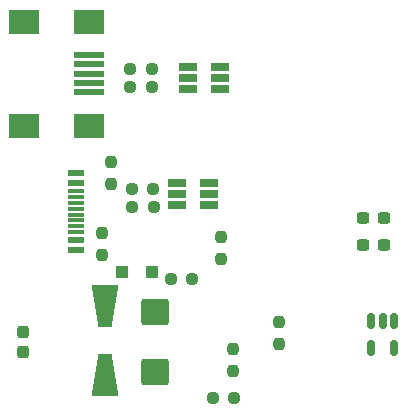
<source format=gbr>
G04 #@! TF.GenerationSoftware,KiCad,Pcbnew,6.0.5*
G04 #@! TF.CreationDate,2022-09-29T12:09:04+03:00*
G04 #@! TF.ProjectId,opi-hat,6f70692d-6861-4742-9e6b-696361645f70,rev?*
G04 #@! TF.SameCoordinates,Original*
G04 #@! TF.FileFunction,Paste,Bot*
G04 #@! TF.FilePolarity,Positive*
%FSLAX46Y46*%
G04 Gerber Fmt 4.6, Leading zero omitted, Abs format (unit mm)*
G04 Created by KiCad (PCBNEW 6.0.5) date 2022-09-29 12:09:04*
%MOMM*%
%LPD*%
G01*
G04 APERTURE LIST*
G04 Aperture macros list*
%AMRoundRect*
0 Rectangle with rounded corners*
0 $1 Rounding radius*
0 $2 $3 $4 $5 $6 $7 $8 $9 X,Y pos of 4 corners*
0 Add a 4 corners polygon primitive as box body*
4,1,4,$2,$3,$4,$5,$6,$7,$8,$9,$2,$3,0*
0 Add four circle primitives for the rounded corners*
1,1,$1+$1,$2,$3*
1,1,$1+$1,$4,$5*
1,1,$1+$1,$6,$7*
1,1,$1+$1,$8,$9*
0 Add four rect primitives between the rounded corners*
20,1,$1+$1,$2,$3,$4,$5,0*
20,1,$1+$1,$4,$5,$6,$7,0*
20,1,$1+$1,$6,$7,$8,$9,0*
20,1,$1+$1,$8,$9,$2,$3,0*%
%AMOutline4P*
0 Free polygon, 4 corners , with rotation*
0 The origin of the aperture is its center*
0 number of corners: always 4*
0 $1 to $8 corner X, Y*
0 $9 Rotation angle, in degrees counterclockwise*
0 create outline with 4 corners*
4,1,4,$1,$2,$3,$4,$5,$6,$7,$8,$1,$2,$9*%
G04 Aperture macros list end*
%ADD10RoundRect,0.237500X0.237500X-0.300000X0.237500X0.300000X-0.237500X0.300000X-0.237500X-0.300000X0*%
%ADD11RoundRect,0.237500X-0.237500X0.250000X-0.237500X-0.250000X0.237500X-0.250000X0.237500X0.250000X0*%
%ADD12R,1.560000X0.650000*%
%ADD13RoundRect,0.237500X-0.250000X-0.237500X0.250000X-0.237500X0.250000X0.237500X-0.250000X0.237500X0*%
%ADD14RoundRect,0.237500X0.300000X0.237500X-0.300000X0.237500X-0.300000X-0.237500X0.300000X-0.237500X0*%
%ADD15RoundRect,0.237500X0.250000X0.237500X-0.250000X0.237500X-0.250000X-0.237500X0.250000X-0.237500X0*%
%ADD16R,2.500000X0.500000*%
%ADD17R,2.500000X2.000000*%
%ADD18RoundRect,0.237500X0.237500X-0.250000X0.237500X0.250000X-0.237500X0.250000X-0.237500X-0.250000X0*%
%ADD19Outline4P,-1.800000X-1.150000X1.800000X-0.550000X1.800000X0.550000X-1.800000X1.150000X90.000000*%
%ADD20Outline4P,-1.800000X-1.150000X1.800000X-0.550000X1.800000X0.550000X-1.800000X1.150000X270.000000*%
%ADD21R,1.450000X0.600000*%
%ADD22R,1.450000X0.300000*%
%ADD23RoundRect,0.150000X-0.150000X0.512500X-0.150000X-0.512500X0.150000X-0.512500X0.150000X0.512500X0*%
%ADD24R,1.000000X1.000000*%
%ADD25RoundRect,0.250000X0.925000X-0.875000X0.925000X0.875000X-0.925000X0.875000X-0.925000X-0.875000X0*%
G04 APERTURE END LIST*
D10*
X83820000Y-87095500D03*
X83820000Y-85370500D03*
D11*
X100584000Y-77343000D03*
X100584000Y-79168000D03*
D12*
X96901000Y-74671000D03*
X96901000Y-73721000D03*
X96901000Y-72771000D03*
X99601000Y-72771000D03*
X99601000Y-73721000D03*
X99601000Y-74671000D03*
D13*
X92940500Y-63119000D03*
X94765500Y-63119000D03*
D14*
X114400500Y-77978000D03*
X112675500Y-77978000D03*
D13*
X93091000Y-74803000D03*
X94916000Y-74803000D03*
X92940500Y-64643000D03*
X94765500Y-64643000D03*
D15*
X101750500Y-90932000D03*
X99925500Y-90932000D03*
D16*
X89477000Y-65100000D03*
X89477000Y-64300000D03*
X89477000Y-63500000D03*
X89477000Y-62700000D03*
X89477000Y-61900000D03*
D17*
X83977000Y-59100000D03*
X83977000Y-67900000D03*
X89477000Y-67900000D03*
X89477000Y-59100000D03*
D18*
X91313000Y-72818000D03*
X91313000Y-70993000D03*
D13*
X96346000Y-80899000D03*
X98171000Y-80899000D03*
D11*
X90551000Y-77042000D03*
X90551000Y-78867000D03*
D12*
X97837000Y-64831000D03*
X97837000Y-63881000D03*
X97837000Y-62931000D03*
X100537000Y-62931000D03*
X100537000Y-63881000D03*
X100537000Y-64831000D03*
D14*
X114400500Y-75692000D03*
X112675500Y-75692000D03*
D13*
X93044000Y-73279000D03*
X94869000Y-73279000D03*
D11*
X105537000Y-84535000D03*
X105537000Y-86360000D03*
D19*
X90805000Y-88985000D03*
D20*
X90805000Y-83185000D03*
D21*
X88373000Y-78434000D03*
X88373000Y-77634000D03*
D22*
X88373000Y-76434000D03*
X88373000Y-75434000D03*
X88373000Y-74934000D03*
X88373000Y-73934000D03*
D21*
X88373000Y-72734000D03*
X88373000Y-71934000D03*
X88373000Y-71934000D03*
X88373000Y-72734000D03*
D22*
X88373000Y-73434000D03*
X88373000Y-74434000D03*
X88373000Y-75934000D03*
X88373000Y-76934000D03*
D21*
X88373000Y-77634000D03*
X88373000Y-78434000D03*
D23*
X113350000Y-84460500D03*
X114300000Y-84460500D03*
X115250000Y-84460500D03*
X115250000Y-86735500D03*
X113350000Y-86735500D03*
D11*
X101600000Y-86844500D03*
X101600000Y-88669500D03*
D24*
X94742000Y-80264000D03*
X92242000Y-80264000D03*
D25*
X94996000Y-88773000D03*
X94996000Y-83673000D03*
M02*

</source>
